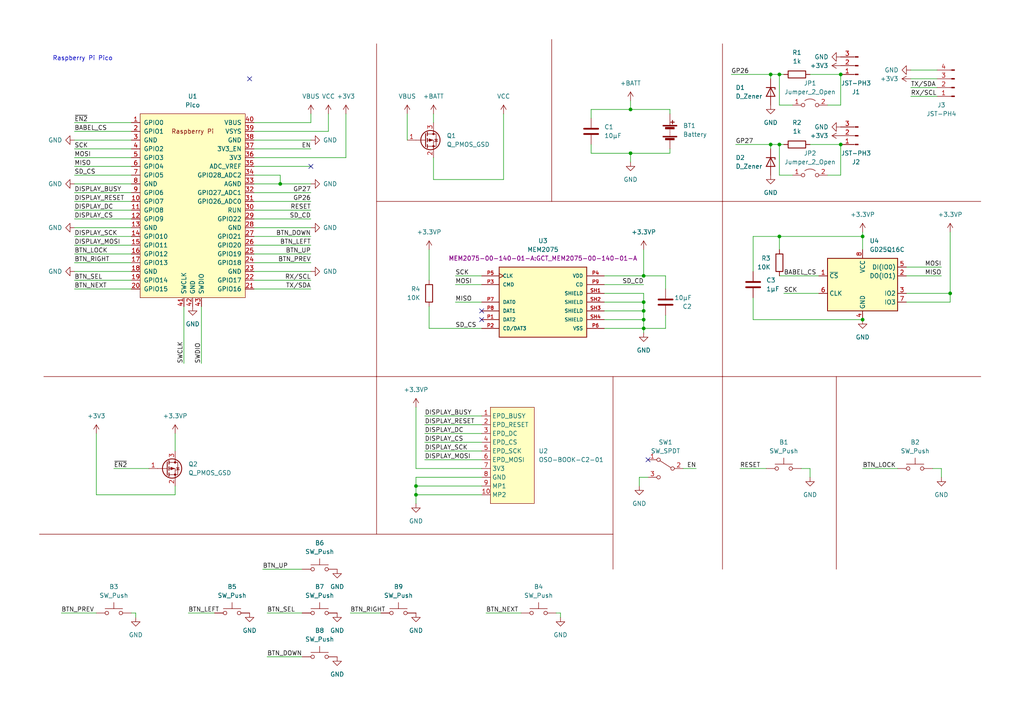
<source format=kicad_sch>
(kicad_sch (version 20211123) (generator eeschema)
  (paper "A4")
  (title_block (title "Open Book Abridged Edition") (date "2022-07-10") (rev "04") (company "Oddly Specific Objects"))
  (lib_symbols
    (symbol "Connector:Conn_01x03_Male" (pin_names (offset 1.016) hide)
      (property "Reference" "J" (at 0 5.08 0))
      (property "Value" "Conn_01x03_Male" (at 0 -5.08 0))
      (symbol "Conn_01x03_Male_1_1"
        (polyline (pts (xy 1.27 -2.54) (xy 0.8636 -2.54)) (stroke (width 0.1524)))
        (polyline (pts (xy 1.27 0) (xy 0.8636 0)) (stroke (width 0.1524)))
        (polyline (pts (xy 1.27 2.54) (xy 0.8636 2.54)) (stroke (width 0.1524)))
        (rectangle (start 0.8636 -2.413) (end 0 -2.667) (stroke (width 0.1524)) (fill (type outline)))
        (rectangle (start 0.8636 0.127) (end 0 -0.127) (stroke (width 0.1524)) (fill (type outline)))
        (rectangle (start 0.8636 2.667) (end 0 2.413) (stroke (width 0.1524)) (fill (type outline)))
        (pin passive line (at 5.08 2.54 180) (length 3.81) (name "Pin_1") (number "1"))
        (pin passive line (at 5.08 0 180) (length 3.81) (name "Pin_2") (number "2"))
        (pin passive line (at 5.08 -2.54 180) (length 3.81) (name "Pin_3") (number "3"))
      )
    )
    (symbol "Connector:Conn_01x04_Male" (pin_names (offset 1.016) hide)
      (property "Reference" "J" (at 0 5.08 0))
      (property "Value" "Conn_01x04_Male" (at 0 -7.62 0))
      (symbol "Conn_01x04_Male_1_1"
        (polyline (pts (xy 1.27 -5.08) (xy 0.8636 -5.08)) (stroke (width 0.1524)))
        (polyline (pts (xy 1.27 -2.54) (xy 0.8636 -2.54)) (stroke (width 0.1524)))
        (polyline (pts (xy 1.27 0) (xy 0.8636 0)) (stroke (width 0.1524)))
        (polyline (pts (xy 1.27 2.54) (xy 0.8636 2.54)) (stroke (width 0.1524)))
        (rectangle (start 0.8636 -4.953) (end 0 -5.207) (stroke (width 0.1524)) (fill (type outline)))
        (rectangle (start 0.8636 -2.413) (end 0 -2.667) (stroke (width 0.1524)) (fill (type outline)))
        (rectangle (start 0.8636 0.127) (end 0 -0.127) (stroke (width 0.1524)) (fill (type outline)))
        (rectangle (start 0.8636 2.667) (end 0 2.413) (stroke (width 0.1524)) (fill (type outline)))
        (pin passive line (at 5.08 2.54 180) (length 3.81) (name "Pin_1") (number "1"))
        (pin passive line (at 5.08 0 180) (length 3.81) (name "Pin_2") (number "2"))
        (pin passive line (at 5.08 -2.54 180) (length 3.81) (name "Pin_3") (number "3"))
        (pin passive line (at 5.08 -5.08 180) (length 3.81) (name "Pin_4") (number "4"))
      )
    )
    (symbol "Device:Battery" (pin_numbers hide) (pin_names (offset 0) hide)
      (property "Reference" "BT" (at 2.54 2.54 0))
      (property "Value" "Battery" (at 2.54 0 0))
      (symbol "Battery_0_1"
        (rectangle (start -2.032 -1.397) (end 2.032 -1.651) (fill (type outline)))
        (rectangle (start -2.032 1.778) (end 2.032 1.524) (fill (type outline)))
        (rectangle (start -1.3208 -1.9812) (end 1.27 -2.4892) (fill (type outline)))
        (rectangle (start -1.3208 1.1938) (end 1.27 0.6858) (fill (type outline)))
        (polyline (pts (xy 0 -1.524) (xy 0 -1.27)))
        (polyline (pts (xy 0 -1.016) (xy 0 -0.762)))
        (polyline (pts (xy 0 -0.508) (xy 0 -0.254)))
        (polyline (pts (xy 0 0) (xy 0 0.254)))
        (polyline (pts (xy 0 0.508) (xy 0 0.762)))
        (polyline (pts (xy 0 1.778) (xy 0 2.54)))
        (polyline (pts (xy 0.254 2.667) (xy 1.27 2.667)) (stroke (width 0.254)))
        (polyline (pts (xy 0.762 3.175) (xy 0.762 2.159)) (stroke (width 0.254)))
      )
      (symbol "Battery_1_1"
        (pin passive line (at 0 5.08 270) (length 2.54) (name "+") (number "1"))
        (pin passive line (at 0 -5.08 90) (length 2.54) (name "-") (number "2"))
      )
    )
    (symbol "Device:C" (pin_numbers hide) (pin_names (offset 0.254))
      (property "Reference" "C" (at 0.635 2.54 0))
      (property "Value" "C" (at 0.635 -2.54 0))
      (symbol "C_0_1"
        (polyline (pts (xy -2.032 -0.762) (xy 2.032 -0.762)) (stroke (width 0.508)))
        (polyline (pts (xy -2.032 0.762) (xy 2.032 0.762)) (stroke (width 0.508)))
      )
      (symbol "C_1_1"
        (pin passive line (at 0 3.81 270) (length 2.794) (name "~") (number "1"))
        (pin passive line (at 0 -3.81 90) (length 2.794) (name "~") (number "2"))
      )
    )
    (symbol "Device:D_Zener" (pin_numbers hide) (pin_names (offset 1.016) hide)
      (property "Reference" "D" (at 0 2.54 0))
      (property "Value" "D_Zener" (at 0 -2.54 0))
      (symbol "D_Zener_0_1"
        (polyline (pts (xy 1.27 0) (xy -1.27 0)))
        (polyline (pts (xy -1.27 -1.27) (xy -1.27 1.27) (xy -0.762 1.27)) (stroke (width 0.254)))
        (polyline (pts (xy 1.27 -1.27) (xy 1.27 1.27) (xy -1.27 0) (xy 1.27 -1.27)) (stroke (width 0.254)))
      )
      (symbol "D_Zener_1_1"
        (pin passive line (at -3.81 0 0) (length 2.54) (name "K") (number "1"))
        (pin passive line (at 3.81 0 180) (length 2.54) (name "A") (number "2"))
      )
    )
    (symbol "Device:Q_PMOS_GSD" (pin_names (offset 0) hide)
      (property "Reference" "Q" (at 5.08 1.27 0))
      (property "Value" "Q_PMOS_GSD" (at 5.08 -1.27 0))
      (symbol "Q_PMOS_GSD_0_1"
        (polyline (pts (xy 0.254 0) (xy -2.54 0)))
        (polyline (pts (xy 0.254 1.905) (xy 0.254 -1.905)) (stroke (width 0.254)))
        (polyline (pts (xy 0.762 -1.27) (xy 0.762 -2.286)) (stroke (width 0.254)))
        (polyline (pts (xy 0.762 0.508) (xy 0.762 -0.508)) (stroke (width 0.254)))
        (polyline (pts (xy 0.762 2.286) (xy 0.762 1.27)) (stroke (width 0.254)))
        (polyline (pts (xy 2.54 2.54) (xy 2.54 1.778)))
        (polyline (pts (xy 2.54 -2.54) (xy 2.54 0) (xy 0.762 0)))
        (polyline (pts (xy 0.762 1.778) (xy 3.302 1.778) (xy 3.302 -1.778) (xy 0.762 -1.778)))
        (polyline (pts (xy 2.286 0) (xy 1.27 0.381) (xy 1.27 -0.381) (xy 2.286 0)) (fill (type outline)))
        (polyline (pts (xy 2.794 -0.508) (xy 2.921 -0.381) (xy 3.683 -0.381) (xy 3.81 -0.254)))
        (polyline (pts (xy 3.302 -0.381) (xy 2.921 0.254) (xy 3.683 0.254) (xy 3.302 -0.381)))
        (circle (center 1.651 0) (radius 2.794) (stroke (width 0.254)))
        (circle (center 2.54 -1.778) (radius 0.254) (fill (type outline)))
        (circle (center 2.54 1.778) (radius 0.254) (fill (type outline)))
      )
      (symbol "Q_PMOS_GSD_1_1"
        (pin input line (at -5.08 0 0) (length 2.54) (name "G") (number "1"))
        (pin passive line (at 2.54 -5.08 90) (length 2.54) (name "S") (number "2"))
        (pin passive line (at 2.54 5.08 270) (length 2.54) (name "D") (number "3"))
      )
    )
    (symbol "Device:R" (pin_numbers hide) (pin_names (offset 0))
      (property "Reference" "R" (at 2.032 0 90))
      (property "Value" "R" (at 0 0 90))
      (symbol "R_0_1"
        (rectangle (start -1.016 -2.54) (end 1.016 2.54) (stroke (width 0.254)))
      )
      (symbol "R_1_1"
        (pin passive line (at 0 3.81 270) (length 1.27) (name "~") (number "1"))
        (pin passive line (at 0 -3.81 90) (length 1.27) (name "~") (number "2"))
      )
    )
    (symbol "Jumper:Jumper_2_Open" (pin_names (offset 0) hide)
      (property "Reference" "JP" (at 0 2.794 0))
      (property "Value" "Jumper_2_Open" (at 0 -2.286 0))
      (symbol "Jumper_2_Open_0_0"
        (circle (center -2.032 0) (radius 0.508))
        (circle (center 2.032 0) (radius 0.508))
      )
      (symbol "Jumper_2_Open_0_1"
        (arc (start 1.524 1.27) (mid 0 1.778) (end -1.524 1.27))
      )
      (symbol "Jumper_2_Open_1_1"
        (pin passive line (at -5.08 0 0) (length 2.54) (name "A") (number "1"))
        (pin passive line (at 5.08 0 180) (length 2.54) (name "B") (number "2"))
      )
    )
    (symbol "MCU_RaspberryPi_and_Boards:Pico" (pin_names (offset 1.016))
      (property "Reference" "U" (at -13.97 27.94 0))
      (property "Value" "Pico" (at 0 19.05 0))
      (symbol "Pico_0_0"
        (text "Raspberry Pi" (at 0 21.59 0) (effects (font (size 1.27 1.27))))
      )
      (symbol "Pico_0_1"
        (rectangle (start -15.24 26.67) (end 15.24 -26.67) (fill (type background)))
      )
      (symbol "Pico_1_1"
        (pin bidirectional line (at -17.78 24.13 0) (length 2.54) (name "GPIO0") (number "1"))
        (pin bidirectional line (at -17.78 1.27 0) (length 2.54) (name "GPIO7") (number "10"))
        (pin bidirectional line (at -17.78 -1.27 0) (length 2.54) (name "GPIO8") (number "11"))
        (pin bidirectional line (at -17.78 -3.81 0) (length 2.54) (name "GPIO9") (number "12"))
        (pin power_in line (at -17.78 -6.35 0) (length 2.54) (name "GND") (number "13"))
        (pin bidirectional line (at -17.78 -8.89 0) (length 2.54) (name "GPIO10") (number "14"))
        (pin bidirectional line (at -17.78 -11.43 0) (length 2.54) (name "GPIO11") (number "15"))
        (pin bidirectional line (at -17.78 -13.97 0) (length 2.54) (name "GPIO12") (number "16"))
        (pin bidirectional line (at -17.78 -16.51 0) (length 2.54) (name "GPIO13") (number "17"))
        (pin power_in line (at -17.78 -19.05 0) (length 2.54) (name "GND") (number "18"))
        (pin bidirectional line (at -17.78 -21.59 0) (length 2.54) (name "GPIO14") (number "19"))
        (pin bidirectional line (at -17.78 21.59 0) (length 2.54) (name "GPIO1") (number "2"))
        (pin bidirectional line (at -17.78 -24.13 0) (length 2.54) (name "GPIO15") (number "20"))
        (pin bidirectional line (at 17.78 -24.13 180) (length 2.54) (name "GPIO16") (number "21"))
        (pin bidirectional line (at 17.78 -21.59 180) (length 2.54) (name "GPIO17") (number "22"))
        (pin power_in line (at 17.78 -19.05 180) (length 2.54) (name "GND") (number "23"))
        (pin bidirectional line (at 17.78 -16.51 180) (length 2.54) (name "GPIO18") (number "24"))
        (pin bidirectional line (at 17.78 -13.97 180) (length 2.54) (name "GPIO19") (number "25"))
        (pin bidirectional line (at 17.78 -11.43 180) (length 2.54) (name "GPIO20") (number "26"))
        (pin bidirectional line (at 17.78 -8.89 180) (length 2.54) (name "GPIO21") (number "27"))
        (pin power_in line (at 17.78 -6.35 180) (length 2.54) (name "GND") (number "28"))
        (pin bidirectional line (at 17.78 -3.81 180) (length 2.54) (name "GPIO22") (number "29"))
        (pin power_in line (at -17.78 19.05 0) (length 2.54) (name "GND") (number "3"))
        (pin input line (at 17.78 -1.27 180) (length 2.54) (name "RUN") (number "30"))
        (pin bidirectional line (at 17.78 1.27 180) (length 2.54) (name "GPIO26_ADC0") (number "31"))
        (pin bidirectional line (at 17.78 3.81 180) (length 2.54) (name "GPIO27_ADC1") (number "32"))
        (pin power_in line (at 17.78 6.35 180) (length 2.54) (name "AGND") (number "33"))
        (pin bidirectional line (at 17.78 8.89 180) (length 2.54) (name "GPIO28_ADC2") (number "34"))
        (pin unspecified line (at 17.78 11.43 180) (length 2.54) (name "ADC_VREF") (number "35"))
        (pin unspecified line (at 17.78 13.97 180) (length 2.54) (name "3V3") (number "36"))
        (pin input line (at 17.78 16.51 180) (length 2.54) (name "3V3_EN") (number "37"))
        (pin bidirectional line (at 17.78 19.05 180) (length 2.54) (name "GND") (number "38"))
        (pin unspecified line (at 17.78 21.59 180) (length 2.54) (name "VSYS") (number "39"))
        (pin bidirectional line (at -17.78 16.51 0) (length 2.54) (name "GPIO2") (number "4"))
        (pin unspecified line (at 17.78 24.13 180) (length 2.54) (name "VBUS") (number "40"))
        (pin input line (at -2.54 -29.21 90) (length 2.54) (name "SWCLK") (number "41"))
        (pin power_in line (at 0 -29.21 90) (length 2.54) (name "GND") (number "42"))
        (pin bidirectional line (at 2.54 -29.21 90) (length 2.54) (name "SWDIO") (number "43"))
        (pin bidirectional line (at -17.78 13.97 0) (length 2.54) (name "GPIO3") (number "5"))
        (pin bidirectional line (at -17.78 11.43 0) (length 2.54) (name "GPIO4") (number "6"))
        (pin bidirectional line (at -17.78 8.89 0) (length 2.54) (name "GPIO5") (number "7"))
        (pin power_in line (at -17.78 6.35 0) (length 2.54) (name "GND") (number "8"))
        (pin bidirectional line (at -17.78 3.81 0) (length 2.54) (name "GPIO6") (number "9"))
      )
    )
    (symbol "MEM2075-00-140-01-A:MEM2075-00-140-01-A" (pin_names (offset 1.016))
      (property "Reference" "J" (at 0 12 0))
      (property "Value" "MEM2075-00-140-01-A" (at -12.7 -12.7 0))
      (property "Footprint" "GCT_MEM2075-00-140-01-A" (at 0 13.97 0))
      (symbol "MEM2075-00-140-01-A_0_0"
        (rectangle (start -12.7 -10.16) (end 12.7 10.16) (stroke (width 0.254)) (fill (type background)))
        (pin bidirectional line (at -17.78 -5.08 0) (length 5.08) (name "DAT2") (number "P1"))
        (pin bidirectional line (at -17.78 -7.62 0) (length 5.08) (name "CD/DAT3") (number "P2"))
        (pin bidirectional line (at -17.78 5.08 0) (length 5.08) (name "CMD") (number "P3"))
        (pin power_in line (at 17.78 7.62 180) (length 5.08) (name "VDD") (number "P4"))
        (pin bidirectional clock (at -17.78 7.62 0) (length 5.08) (name "CLK") (number "P5"))
        (pin power_in line (at 17.78 -7.62 180) (length 5.08) (name "VSS") (number "P6"))
        (pin bidirectional line (at -17.78 0 0) (length 5.08) (name "DAT0") (number "P7"))
        (pin bidirectional line (at -17.78 -2.54 0) (length 5.08) (name "DAT1") (number "P8"))
        (pin passive line (at 17.78 5.08 180) (length 5.08) (name "CD") (number "P9"))
        (pin power_in line (at 17.78 2.54 180) (length 5.08) (name "SHIELD") (number "SH1"))
        (pin power_in line (at 17.78 0 180) (length 5.08) (name "SHIELD") (number "SH2"))
        (pin power_in line (at 17.78 -2.54 180) (length 5.08) (name "SHIELD") (number "SH3"))
        (pin power_in line (at 17.78 -5.08 180) (length 5.08) (name "SHIELD") (number "SH4"))
      )
    )
    (symbol "Memory_Flash:W25Q32JVSS"
      (property "Reference" "U" (at -8.89 8.89 0))
      (property "Value" "W25Q32JVSS" (at 7.62 8.89 0))
      (symbol "W25Q32JVSS_0_1"
        (rectangle (start -10.16 7.62) (end 10.16 -7.62) (stroke (width 0.254)) (fill (type background)))
      )
      (symbol "W25Q32JVSS_1_1"
        (pin input line (at -12.7 2.54 0) (length 2.54) (name "~{CS}") (number "1"))
        (pin bidirectional line (at 12.7 2.54 180) (length 2.54) (name "DO(IO1)") (number "2"))
        (pin bidirectional line (at 12.7 -2.54 180) (length 2.54) (name "IO2") (number "3"))
        (pin power_in line (at 0 -10.16 90) (length 2.54) (name "GND") (number "4"))
        (pin bidirectional line (at 12.7 5.08 180) (length 2.54) (name "DI(IO0)") (number "5"))
        (pin input line (at -12.7 -2.54 0) (length 2.54) (name "CLK") (number "6"))
        (pin bidirectional line (at 12.7 -5.08 180) (length 2.54) (name "IO3") (number "7"))
        (pin power_in line (at 0 10.16 270) (length 2.54) (name "VCC") (number "8"))
      )
    )
    (symbol "OSO-BOOK-C2-01_1"
      (property "Reference" "U" (at 0 -15.24 0))
      (property "Value" "OSO-BOOK-C2-01_1" (at 0 16.51 0))
      (symbol "OSO-BOOK-C2-01_1_0_1"
        (rectangle (start -6.35 13.97) (end 6.35 -13.97) (fill (type background)))
      )
      (symbol "OSO-BOOK-C2-01_1_1_1"
        (pin output line (at -8.89 11.43 0) (length 2.54) (name "EPD_BUSY") (number "1"))
        (pin unspecified line (at -8.89 -11.43 0) (length 2.54) (name "MP2") (number "10"))
        (pin input line (at -8.89 8.89 0) (length 2.54) (name "EPD_RESET") (number "2"))
        (pin input line (at -8.89 6.35 0) (length 2.54) (name "EPD_DC") (number "3"))
        (pin input line (at -8.89 3.81 0) (length 2.54) (name "EPD_CS") (number "4"))
        (pin input line (at -8.89 1.27 0) (length 2.54) (name "EPD_SCK") (number "5"))
        (pin input line (at -8.89 -1.27 0) (length 2.54) (name "EPD_MOSI") (number "6"))
        (pin power_in line (at -8.89 -3.81 0) (length 2.54) (name "3V3") (number "7"))
        (pin power_in line (at -8.89 -6.35 0) (length 2.54) (name "GND") (number "8"))
        (pin unspecified line (at -8.89 -8.89 0) (length 2.54) (name "MP1") (number "9"))
      )
    )
    (symbol "Switch:SW_Push" (pin_numbers hide) (pin_names (offset 1.016) hide)
      (property "Reference" "SW" (at 1.27 2.54 0))
      (property "Value" "SW_Push" (at 0 -1.524 0))
      (symbol "SW_Push_0_1"
        (circle (center -2.032 0) (radius 0.508))
        (polyline (pts (xy 0 1.27) (xy 0 3.048)))
        (polyline (pts (xy 2.54 1.27) (xy -2.54 1.27)))
        (circle (center 2.032 0) (radius 0.508))
        (pin passive line (at -5.08 0 0) (length 2.54) (name "1") (number "1"))
        (pin passive line (at 5.08 0 180) (length 2.54) (name "2") (number "2"))
      )
    )
    (symbol "Switch:SW_SPDT" (pin_names (offset 0) hide)
      (property "Reference" "SW" (at 0 4.318 0))
      (property "Value" "SW_SPDT" (at 0 -5.08 0))
      (symbol "SW_SPDT_0_0"
        (circle (center -2.032 0) (radius 0.508))
        (circle (center 2.032 -2.54) (radius 0.508))
      )
      (symbol "SW_SPDT_0_1"
        (polyline (pts (xy -1.524 0.254) (xy 1.651 2.286)))
        (circle (center 2.032 2.54) (radius 0.508))
      )
      (symbol "SW_SPDT_1_1"
        (pin passive line (at 5.08 2.54 180) (length 2.54) (name "A") (number "1"))
        (pin passive line (at -5.08 0 0) (length 2.54) (name "B") (number "2"))
        (pin passive line (at 5.08 -2.54 180) (length 2.54) (name "C") (number "3"))
      )
    )
    (symbol "power:+3.3V" (power) (pin_names (offset 0))
      (property "Value" "+3.3V" (at 0 3.556 0))
      (symbol "+3.3V_0_1"
        (polyline (pts (xy -0.762 1.27) (xy 0 2.54)))
        (polyline (pts (xy 0 0) (xy 0 2.54)))
        (polyline (pts (xy 0 2.54) (xy 0.762 1.27)))
      )
      (symbol "+3.3V_1_1"
        (pin power_in line (at 0 0 90) (length 0) hide (name "+3V3") (number "1"))
      )
    )
    (symbol "power:+3.3VP" (power) (pin_names (offset 0))
      (property "Value" "+3.3VP" (at 0 2.54 0))
      (symbol "+3.3VP_0_0"
        (pin power_in line (at 0 0 90) (length 0) hide (name "+3.3VP") (number "1"))
      )
      (symbol "+3.3VP_0_1"
        (polyline (pts (xy -0.762 1.27) (xy 0 2.54)))
        (polyline (pts (xy 0 0) (xy 0 2.54)))
        (polyline (pts (xy 0 2.54) (xy 0.762 1.27)))
      )
    )
    (symbol "power:+BATT" (power) (pin_names (offset 0))
      (property "Value" "+BATT" (at 0 3.556 0))
      (symbol "+BATT_0_1"
        (polyline (pts (xy -0.762 1.27) (xy 0 2.54)))
        (polyline (pts (xy 0 0) (xy 0 2.54)))
        (polyline (pts (xy 0 2.54) (xy 0.762 1.27)))
      )
      (symbol "+BATT_1_1"
        (pin power_in line (at 0 0 90) (length 0) hide (name "+BATT") (number "1"))
      )
    )
    (symbol "power:GND" (power) (pin_names (offset 0))
      (property "Value" "GND" (at 0 -3.81 0))
      (symbol "GND_0_1"
        (polyline (pts (xy 0 0) (xy 0 -1.27) (xy 1.27 -1.27) (xy 0 -2.54) (xy -1.27 -1.27) (xy 0 -1.27)))
      )
      (symbol "GND_1_1"
        (pin power_in line (at 0 0 270) (length 0) hide (name "GND") (number "1"))
      )
    )
    (symbol "power:VBUS" (power) (pin_names (offset 0))
      (property "Value" "VBUS" (at 0 3.81 0))
      (symbol "VBUS_0_1"
        (polyline (pts (xy -0.762 1.27) (xy 0 2.54)))
        (polyline (pts (xy 0 0) (xy 0 2.54)))
        (polyline (pts (xy 0 2.54) (xy 0.762 1.27)))
      )
      (symbol "VBUS_1_1"
        (pin power_in line (at 0 0 90) (length 0) hide (name "VBUS") (number "1"))
      )
    )
    (symbol "power:VCC" (power) (pin_names (offset 0))
      (property "Value" "VCC" (at 0 3.81 0))
      (symbol "VCC_0_1"
        (polyline (pts (xy -0.762 1.27) (xy 0 2.54)))
        (polyline (pts (xy 0 0) (xy 0 2.54)))
        (polyline (pts (xy 0 2.54) (xy 0.762 1.27)))
      )
      (symbol "VCC_1_1"
        (pin power_in line (at 0 0 90) (length 0) hide (name "VCC") (number "1"))
      )
    )
  )
  (junction (at 243.84 21.59))
  (junction (at 186.69 92.71))
  (junction (at 250.19 68.58))
  (junction (at 223.52 41.91))
  (junction (at 81.28 53.34))
  (junction (at 182.88 31.75))
  (junction (at 186.69 95.25))
  (junction (at 186.69 90.17))
  (junction (at 120.65 140.97))
  (junction (at 182.88 44.45))
  (junction (at 226.06 68.58))
  (junction (at 275.59 85.09))
  (junction (at 250.19 92.71))
  (junction (at 223.52 21.59))
  (junction (at 243.84 41.91))
  (junction (at 186.69 80.01))
  (junction (at 226.06 41.91))
  (junction (at 226.06 21.59))
  (junction (at 186.69 87.63))
  (junction (at 120.65 143.51))
  (no_connect (at 90.17 48.26))
  (no_connect (at 72.39 22.86))
  (no_connect (at 187.96 133.35))
  (no_connect (at 139.7 90.17))
  (no_connect (at 139.7 92.71))
  (no_connect (at 309.88 26.67))
  (wire (pts (xy 262.89 77.47) (xy 273.05 77.47)))
  (wire (pts (xy 73.66 50.8) (xy 81.28 50.8)))
  (wire (pts (xy 124.46 95.25) (xy 139.7 95.25)))
  (wire (pts (xy 226.06 50.8) (xy 226.06 41.91)))
  (wire (pts (xy 21.59 55.88) (xy 38.1 55.88)))
  (wire (pts (xy 38.1 177.8) (xy 39.37 177.8)))
  (wire (pts (xy 123.19 120.65) (xy 139.7 120.65)))
  (wire (pts (xy 21.59 43.18) (xy 38.1 43.18)))
  (wire (pts (xy 73.66 38.1) (xy 95.25 38.1)))
  (polyline (pts (xy 160.02 58.42) (xy 209.55 58.42)) (stroke (width 0) (type solid) (color 132 0 0 1)))
  (wire (pts (xy 214.63 135.89) (xy 222.25 135.89)))
  (wire (pts (xy 132.08 87.63) (xy 139.7 87.63)))
  (wire (pts (xy 125.73 52.07) (xy 146.05 52.07)))
  (wire (pts (xy 182.88 31.75) (xy 182.88 29.21)))
  (wire (pts (xy 21.59 81.28) (xy 38.1 81.28)))
  (polyline (pts (xy 209.55 12.7) (xy 209.55 58.42)) (stroke (width 0) (type solid) (color 132 0 0 1)))
  (polyline (pts (xy 109.22 109.22) (xy 109.22 154.94)) (stroke (width 0) (type solid) (color 132 0 0 1)))
  (wire (pts (xy 175.26 95.25) (xy 186.69 95.25)))
  (wire (pts (xy 226.06 80.01) (xy 237.49 80.01)))
  (wire (pts (xy 193.04 95.25) (xy 186.69 95.25)))
  (wire (pts (xy 262.89 87.63) (xy 275.59 87.63)))
  (wire (pts (xy 186.69 80.01) (xy 186.69 72.39)))
  (wire (pts (xy 21.59 66.04) (xy 38.1 66.04)))
  (wire (pts (xy 125.73 33.02) (xy 125.73 35.56)))
  (wire (pts (xy 182.88 44.45) (xy 194.31 44.45)))
  (wire (pts (xy 73.66 35.56) (xy 90.17 35.56)))
  (wire (pts (xy 227.33 85.09) (xy 237.49 85.09)))
  (wire (pts (xy 101.6 177.8) (xy 110.49 177.8)))
  (wire (pts (xy 21.59 73.66) (xy 38.1 73.66)))
  (polyline (pts (xy 109.22 58.42) (xy 160.02 58.42)) (stroke (width 0) (type solid) (color 132 0 0 1)))
  (wire (pts (xy 264.16 22.86) (xy 271.78 22.86)))
  (wire (pts (xy 193.04 80.01) (xy 186.69 80.01)))
  (wire (pts (xy 21.59 53.34) (xy 38.1 53.34)))
  (wire (pts (xy 175.26 80.01) (xy 186.69 80.01)))
  (wire (pts (xy 226.06 68.58) (xy 226.06 72.39)))
  (polyline (pts (xy 11.43 154.94) (xy 177.8 154.94)) (stroke (width 0) (type solid) (color 132 0 0 1)))
  (wire (pts (xy 50.8 125.73) (xy 50.8 130.81)))
  (wire (pts (xy 120.65 143.51) (xy 139.7 143.51)))
  (wire (pts (xy 124.46 88.9) (xy 124.46 95.25)))
  (polyline (pts (xy 177.8 154.94) (xy 177.8 165.1)) (stroke (width 0) (type solid) (color 132 0 0 1)))
  (wire (pts (xy 175.26 87.63) (xy 186.69 87.63)))
  (wire (pts (xy 139.7 138.43) (xy 120.65 138.43)))
  (polyline (pts (xy 177.8 109.22) (xy 177.8 154.94)) (stroke (width 0) (type solid) (color 132 0 0 1)))
  (wire (pts (xy 21.59 58.42) (xy 38.1 58.42)))
  (wire (pts (xy 21.59 40.64) (xy 38.1 40.64)))
  (polyline (pts (xy 160.02 11.43) (xy 160.02 58.42)) (stroke (width 0) (type solid) (color 132 0 0 1)))
  (wire (pts (xy 90.17 33.02) (xy 90.17 35.56)))
  (wire (pts (xy 77.47 177.8) (xy 87.63 177.8)))
  (wire (pts (xy 182.88 44.45) (xy 182.88 46.99)))
  (wire (pts (xy 185.42 138.43) (xy 185.42 140.97)))
  (wire (pts (xy 123.19 130.81) (xy 139.7 130.81)))
  (wire (pts (xy 193.04 91.44) (xy 193.04 95.25)))
  (wire (pts (xy 123.19 123.19) (xy 139.7 123.19)))
  (wire (pts (xy 250.19 72.39) (xy 250.19 68.58)))
  (wire (pts (xy 100.33 45.72) (xy 100.33 33.02)))
  (wire (pts (xy 250.19 67.31) (xy 250.19 68.58)))
  (wire (pts (xy 124.46 72.39) (xy 124.46 81.28)))
  (wire (pts (xy 73.66 76.2) (xy 90.17 76.2)))
  (wire (pts (xy 50.8 140.97) (xy 50.8 143.51)))
  (wire (pts (xy 223.52 21.59) (xy 223.52 22.86)))
  (wire (pts (xy 187.96 138.43) (xy 185.42 138.43)))
  (wire (pts (xy 21.59 38.1) (xy 38.1 38.1)))
  (wire (pts (xy 218.44 86.36) (xy 218.44 92.71)))
  (wire (pts (xy 21.59 60.96) (xy 38.1 60.96)))
  (wire (pts (xy 73.66 58.42) (xy 90.17 58.42)))
  (wire (pts (xy 21.59 48.26) (xy 38.1 48.26)))
  (polyline (pts (xy 242.57 109.22) (xy 242.57 165.1)) (stroke (width 0) (type solid) (color 132 0 0 1)))
  (wire (pts (xy 21.59 35.56) (xy 38.1 35.56)))
  (wire (pts (xy 186.69 82.55) (xy 175.26 82.55)))
  (wire (pts (xy 270.51 135.89) (xy 273.05 135.89)))
  (wire (pts (xy 58.42 88.9) (xy 58.42 105.41)))
  (wire (pts (xy 234.95 135.89) (xy 234.95 138.43)))
  (wire (pts (xy 262.89 85.09) (xy 275.59 85.09)))
  (wire (pts (xy 118.11 40.64) (xy 118.11 33.02)))
  (wire (pts (xy 90.17 40.64) (xy 73.66 40.64)))
  (wire (pts (xy 194.31 33.02) (xy 194.31 31.75)))
  (wire (pts (xy 81.28 50.8) (xy 81.28 53.34)))
  (wire (pts (xy 123.19 133.35) (xy 139.7 133.35)))
  (wire (pts (xy 73.66 45.72) (xy 100.33 45.72)))
  (wire (pts (xy 262.89 80.01) (xy 273.05 80.01)))
  (wire (pts (xy 171.45 34.29) (xy 171.45 31.75)))
  (wire (pts (xy 226.06 30.48) (xy 226.06 21.59)))
  (wire (pts (xy 223.52 41.91) (xy 223.52 43.18)))
  (wire (pts (xy 21.59 76.2) (xy 38.1 76.2)))
  (wire (pts (xy 33.02 135.89) (xy 43.18 135.89)))
  (wire (pts (xy 90.17 53.34) (xy 81.28 53.34)))
  (wire (pts (xy 73.66 48.26) (xy 90.17 48.26)))
  (wire (pts (xy 186.69 95.25) (xy 186.69 96.52)))
  (wire (pts (xy 73.66 60.96) (xy 90.17 60.96)))
  (wire (pts (xy 21.59 78.74) (xy 38.1 78.74)))
  (wire (pts (xy 120.65 138.43) (xy 120.65 140.97)))
  (wire (pts (xy 232.41 135.89) (xy 234.95 135.89)))
  (wire (pts (xy 76.2 165.1) (xy 87.63 165.1)))
  (wire (pts (xy 227.33 21.59) (xy 226.06 21.59)))
  (wire (pts (xy 120.65 140.97) (xy 120.65 143.51)))
  (polyline (pts (xy 209.55 58.42) (xy 209.55 109.22)) (stroke (width 0) (type solid) (color 132 0 0 1)))
  (wire (pts (xy 73.66 71.12) (xy 90.17 71.12)))
  (wire (pts (xy 21.59 71.12) (xy 38.1 71.12)))
  (polyline (pts (xy 209.55 109.22) (xy 284.48 109.22)) (stroke (width 0) (type solid) (color 132 0 0 1)))
  (wire (pts (xy 175.26 85.09) (xy 186.69 85.09)))
  (wire (pts (xy 21.59 83.82) (xy 38.1 83.82)))
  (wire (pts (xy 243.84 30.48) (xy 243.84 21.59)))
  (wire (pts (xy 73.66 43.18) (xy 90.17 43.18)))
  (polyline (pts (xy 12.7 109.22) (xy 109.22 109.22)) (stroke (width 0) (type solid) (color 132 0 0 1)))
  (polyline (pts (xy 109.22 12.7) (xy 109.22 109.22)) (stroke (width 0) (type solid) (color 132 0 0 1)))
  (wire (pts (xy 250.19 135.89) (xy 260.35 135.89)))
  (wire (pts (xy 186.69 92.71) (xy 186.69 95.25)))
  (wire (pts (xy 17.78 177.8) (xy 27.94 177.8)))
  (wire (pts (xy 139.7 135.89) (xy 120.65 135.89)))
  (wire (pts (xy 226.06 30.48) (xy 229.87 30.48)))
  (wire (pts (xy 226.06 41.91) (xy 227.33 41.91)))
  (wire (pts (xy 223.52 21.59) (xy 226.06 21.59)))
  (wire (pts (xy 243.84 50.8) (xy 243.84 41.91)))
  (wire (pts (xy 264.16 20.32) (xy 271.78 20.32)))
  (wire (pts (xy 21.59 45.72) (xy 38.1 45.72)))
  (wire (pts (xy 123.19 128.27) (xy 139.7 128.27)))
  (wire (pts (xy 120.65 140.97) (xy 139.7 140.97)))
  (wire (pts (xy 132.08 82.55) (xy 139.7 82.55)))
  (wire (pts (xy 90.17 66.04) (xy 73.66 66.04)))
  (wire (pts (xy 201.93 135.89) (xy 198.12 135.89)))
  (wire (pts (xy 218.44 68.58) (xy 218.44 78.74)))
  (wire (pts (xy 132.08 80.01) (xy 139.7 80.01)))
  (wire (pts (xy 240.03 50.8) (xy 243.84 50.8)))
  (wire (pts (xy 53.34 88.9) (xy 53.34 105.41)))
  (wire (pts (xy 146.05 33.02) (xy 146.05 52.07)))
  (wire (pts (xy 27.94 125.73) (xy 27.94 143.51)))
  (wire (pts (xy 186.69 87.63) (xy 186.69 90.17)))
  (wire (pts (xy 95.25 33.02) (xy 95.25 38.1)))
  (wire (pts (xy 275.59 67.31) (xy 275.59 85.09)))
  (wire (pts (xy 120.65 135.89) (xy 120.65 118.11)))
  (wire (pts (xy 234.95 41.91) (xy 243.84 41.91)))
  (wire (pts (xy 250.19 68.58) (xy 226.06 68.58)))
  (wire (pts (xy 213.36 41.91) (xy 223.52 41.91)))
  (wire (pts (xy 54.61 177.8) (xy 62.23 177.8)))
  (wire (pts (xy 171.45 31.75) (xy 182.88 31.75)))
  (wire (pts (xy 73.66 63.5) (xy 90.17 63.5)))
  (wire (pts (xy 186.69 90.17) (xy 186.69 92.71)))
  (wire (pts (xy 77.47 190.5) (xy 87.63 190.5)))
  (wire (pts (xy 73.66 83.82) (xy 90.17 83.82)))
  (wire (pts (xy 123.19 125.73) (xy 139.7 125.73)))
  (wire (pts (xy 90.17 78.74) (xy 73.66 78.74)))
  (wire (pts (xy 73.66 68.58) (xy 90.17 68.58)))
  (wire (pts (xy 226.06 68.58) (xy 218.44 68.58)))
  (wire (pts (xy 234.95 21.59) (xy 243.84 21.59)))
  (wire (pts (xy 120.65 143.51) (xy 120.65 146.05)))
  (wire (pts (xy 73.66 55.88) (xy 90.17 55.88)))
  (wire (pts (xy 73.66 73.66) (xy 90.17 73.66)))
  (wire (pts (xy 212.09 21.59) (xy 223.52 21.59)))
  (wire (pts (xy 194.31 43.18) (xy 194.31 44.45)))
  (wire (pts (xy 125.73 45.72) (xy 125.73 52.07)))
  (wire (pts (xy 21.59 50.8) (xy 38.1 50.8)))
  (wire (pts (xy 73.66 81.28) (xy 90.17 81.28)))
  (wire (pts (xy 193.04 83.82) (xy 193.04 80.01)))
  (polyline (pts (xy 209.55 109.22) (xy 209.55 165.1)) (stroke (width 0) (type solid) (color 132 0 0 1)))
  (wire (pts (xy 229.87 50.8) (xy 226.06 50.8)))
  (wire (pts (xy 186.69 85.09) (xy 186.69 87.63)))
  (wire (pts (xy 273.05 135.89) (xy 273.05 138.43)))
  (wire (pts (xy 161.29 177.8) (xy 162.56 177.8)))
  (wire (pts (xy 175.26 92.71) (xy 186.69 92.71)))
  (polyline (pts (xy 209.55 58.42) (xy 284.48 58.42)) (stroke (width 0) (type solid) (color 132 0 0 1)))
  (wire (pts (xy 175.26 90.17) (xy 186.69 90.17)))
  (wire (pts (xy 264.16 27.94) (xy 271.78 27.94)))
  (wire (pts (xy 162.56 177.8) (xy 162.56 179.07)))
  (wire (pts (xy 39.37 177.8) (xy 39.37 179.07)))
  (wire (pts (xy 21.59 68.58) (xy 38.1 68.58)))
  (wire (pts (xy 275.59 87.63) (xy 275.59 85.09)))
  (wire (pts (xy 218.44 92.71) (xy 250.19 92.71)))
  (wire (pts (xy 240.03 30.48) (xy 243.84 30.48)))
  (wire (pts (xy 171.45 44.45) (xy 182.88 44.45)))
  (wire (pts (xy 264.16 25.4) (xy 271.78 25.4)))
  (wire (pts (xy 171.45 41.91) (xy 171.45 44.45)))
  (wire (pts (xy 21.59 63.5) (xy 38.1 63.5)))
  (wire (pts (xy 223.52 41.91) (xy 226.06 41.91)))
  (wire (pts (xy 140.97 177.8) (xy 151.13 177.8)))
  (wire (pts (xy 182.88 31.75) (xy 194.31 31.75)))
  (wire (pts (xy 50.8 143.51) (xy 27.94 143.51)))
  (wire (pts (xy 81.28 53.34) (xy 73.66 53.34)))
  (polyline (pts (xy 109.22 109.22) (xy 209.55 109.22)) (stroke (width 0) (type solid) (color 132 0 0 1)))
  (text "Raspberry Pi Pico" (at 15.24 17.78 0) (effects (font (size 1.27 1.27)) (justify left bottom)))
  (label "BABEL_CS" (at 21.59 38.1 0))
  (label "GP27" (at 213.36 41.91 0))
  (label "SD_CD" (at 90.17 63.5 180))
  (label "DISPLAY_BUSY" (at 21.59 55.88 0))
  (label "BTN_LOCK" (at 250.19 135.89 0))
  (label "BTN_RIGHT" (at 101.6 177.8 0))
  (label "MISO" (at 273.05 80.01 180))
  (label "BTN_SEL" (at 77.47 177.8 0))
  (label "DISPLAY_CS" (at 21.59 63.5 0))
  (label "SD_CS" (at 132.08 95.25 0))
  (label "BTN_NEXT" (at 140.97 177.8 0))
  (label "MOSI" (at 132.08 82.55 0))
  (label "DISPLAY_MOSI" (at 21.59 71.12 0))
  (label "~{EN2}" (at 21.59 35.56 0))
  (label "MISO" (at 132.08 87.63 0))
  (label "DISPLAY_SCK" (at 21.59 68.58 0))
  (label "SCK" (at 132.08 80.01 0))
  (label "BTN_SEL" (at 21.59 81.28 0))
  (label "EN" (at 90.17 43.18 180))
  (label "SWCLK" (at 53.34 105.41 90))
  (label "BABEL_CS" (at 227.33 80.01 0))
  (label "DISPLAY_RESET" (at 21.59 58.42 0))
  (label "DISPLAY_MOSI" (at 123.19 133.35 0))
  (label "RX{slash}SCL" (at 264.16 27.94 0))
  (label "BTN_PREV" (at 90.17 76.2 180))
  (label "BTN_RIGHT" (at 21.59 76.2 0))
  (label "MOSI" (at 273.05 77.47 180))
  (label "DISPLAY_SCK" (at 123.19 130.81 0))
  (label "BTN_LEFT" (at 54.61 177.8 0))
  (label "GP27" (at 90.17 55.88 180))
  (label "DISPLAY_DC" (at 21.59 60.96 0))
  (label "BTN_DOWN" (at 90.17 68.58 180))
  (label "RX{slash}SCL" (at 90.17 81.28 180))
  (label "~{EN2}" (at 33.02 135.89 0))
  (label "GP26" (at 90.17 58.42 180))
  (label "BTN_LOCK" (at 21.59 73.66 0))
  (label "MISO" (at 21.59 48.26 0))
  (label "BTN_UP" (at 76.2 165.1 0))
  (label "BTN_NEXT" (at 21.59 83.82 0))
  (label "MOSI" (at 21.59 45.72 0))
  (label "DISPLAY_DC" (at 123.19 125.73 0))
  (label "GP26" (at 212.09 21.59 0))
  (label "SD_CD" (at 186.69 82.55 180))
  (label "EN" (at 201.93 135.89 180))
  (label "DISPLAY_CS" (at 123.19 128.27 0))
  (label "SD_CS" (at 21.59 50.8 0))
  (label "RESET" (at 214.63 135.89 0))
  (label "BTN_PREV" (at 17.78 177.8 0))
  (label "BTN_DOWN" (at 77.47 190.5 0))
  (label "SWDIO" (at 58.42 105.41 90))
  (label "RESET" (at 90.17 60.96 180))
  (label "BTN_LEFT" (at 90.17 71.12 180))
  (label "TX{slash}SDA" (at 90.17 83.82 180))
  (label "BTN_UP" (at 90.17 73.66 180))
  (label "DISPLAY_BUSY" (at 123.19 120.65 0))
  (label "DISPLAY_RESET" (at 123.19 123.19 0))
  (label "TX{slash}SDA" (at 264.16 25.4 0))
  (label "SCK" (at 227.33 85.09 0))
  (label "SCK" (at 21.59 43.18 0))
  (symbol (lib_id "Connector:Conn_01x04_Male") (at 276.86 25.4 180) (unit 1)
    (property "Reference" "J3" (at 273.05 30.48 0))
    (property "Value" "JST-PH4" (at 273.05 33.02 0))
    (property "Footprint" "Connector_JST:JST_SH_SM04B-SRSS-TB_1x04-1MP_P1.00mm_Horizontal" (effects hide))
  )
  (symbol (lib_id "Memory_Flash:W25Q32JVSS") (at 250.19 82.55 0) (unit 1)
    (property "Reference" "U4" (at 252.2094 69.85 0) (effects (justify left)))
    (property "Value" "GD25Q16C" (at 252.2094 72.39 0) (effects (justify left)))
    (property "Footprint" "Package_SO:SOIC-8_3.9x4.9mm_P1.27mm" (effects hide))
    (property "Datasheet" "http://www.winbond.com/resource-files/w25q32jv%20revg%2003272018%20plus.pdf" (effects hide))
  )
  (symbol (lib_id "power:GND") (at 234.95 138.43 0) (unit 1)
    (property "Reference" "#PWR0154" (effects hide))
    (property "Value" "GND" (at 234.95 143.51 0))
  )
  (symbol (lib_id "Switch:SW_Push") (at 33.02 177.8 0) (unit 1)
    (property "Reference" "B3" (at 33.02 170.18 0))
    (property "Value" "SW_Push" (at 33.02 172.72 0))
    (property "Footprint" "TACT_PANA-EVQ:TACT_PANA-EVQ-BUTTONPAD" (effects hide))
  )
  (symbol (lib_id "Device:C") (at 218.44 82.55 0) (unit 1)
    (property "Reference" "C3" (at 222.25 81.2799 0) (effects (justify left)))
    (property "Value" "1µF" (at 222.25 83.8199 0) (effects (justify left)))
    (property "Footprint" "Capacitor_SMD:C_0805_2012Metric_Pad1.18x1.45mm_HandSolder" (effects hide))
  )
  (symbol (lib_id "power:+3.3VP") (at 120.65 118.11 0) (unit 1)
    (property "Reference" "#PWR04" (effects hide))
    (property "Value" "+3.3VP" (at 120.65 113.03 0))
  )
  (symbol (lib_id "power:+3.3V") (at 27.94 125.73 0) (unit 1)
    (property "Reference" "#PWR02" (effects hide))
    (property "Value" "+3.3V" (at 27.94 120.65 0))
  )
  (symbol (lib_id "MCU_RaspberryPi_and_Boards:Pico") (at 55.88 59.69 0) (unit 1)
    (property "Reference" "U1" (at 55.88 27.94 0))
    (property "Value" "Pico" (at 55.88 30.48 0))
    (property "Footprint" "MCU_RaspberryPi_and_Boards:RPi_Pico_SMD" (effects hide))
  )
  (symbol (lib_id "power:+3.3VP") (at 275.59 67.31 0) (unit 1)
    (property "Reference" "#PWR0113" (effects hide))
    (property "Value" "+3.3VP" (at 275.59 62.23 0))
  )
  (symbol (lib_id "Device:R") (at 124.46 85.09 0) (mirror x) (unit 1)
    (property "Reference" "R4" (at 121.92 83.8199 0) (effects (justify right)))
    (property "Value" "10K" (at 121.92 86.3599 0) (effects (justify right)))
    (property "Footprint" "Resistor_SMD:R_1206_3216Metric_Pad1.30x1.75mm_HandSolder" (effects hide))
  )
  (symbol (lib_id "Switch:SW_SPDT") (at 193.04 135.89 0) (mirror y) (unit 1)
    (property "Reference" "SW1" (at 193.04 128.27 0))
    (property "Value" "SW_SPDT" (at 193.04 130.81 0))
    (property "Footprint" "Button_Switch_SMD:SW_SPDT_CK-JS102011SAQN" (effects hide))
  )
  (symbol (lib_id "MEM2075-00-140-01-A:MEM2075-00-140-01-A") (at 157.48 87.63 0) (unit 1)
    (property "Reference" "U3" (at 157.48 69.85 0))
    (property "Value" "MEM2075" (at 157.48 72.39 0))
    (property "Footprint" "MEM2075-00-140-01-A:GCT_MEM2075-00-140-01-A" (at 157.48 74.93 0))
    (property "MANUFACTURER" "GCT" (effects hide))
    (property "PARTREV" "A" (effects hide))
    (property "STANDARD" "Manufacturer recommendations" (effects hide))
  )
  (symbol (lib_id "power:GND") (at 21.59 40.64 270) (unit 1)
    (property "Reference" "#PWR0101" (effects hide))
    (property "Value" "GND" (at 13.97 40.64 90) (effects (justify left)))
  )
  (symbol (lib_id "power:+3.3V") (at 264.16 22.86 90) (unit 1)
    (property "Reference" "#PWR0122" (effects hide))
    (property "Value" "+3.3V" (at 255.27 22.86 90) (effects (justify right)))
  )
  (symbol (lib_id "Device:Q_PMOS_GSD") (at 48.26 135.89 0) (unit 1)
    (property "Reference" "Q2" (at 54.61 134.6199 0) (effects (justify left)))
    (property "Value" "Q_PMOS_GSD" (at 54.61 137.1599 0) (effects (justify left)))
    (property "Footprint" "Package_TO_SOT_SMD:SOT-23_Handsoldering" (effects hide))
  )
  (symbol (lib_id "power:+3.3VP") (at 186.69 72.39 0) (unit 1)
    (property "Reference" "#PWR0129" (effects hide))
    (property "Value" "+3.3VP" (at 186.69 67.31 0))
  )
  (symbol (lib_id "power:VCC") (at 95.25 33.02 0) (unit 1)
    (property "Reference" "#PWR0110" (effects hide))
    (property "Value" "VCC" (at 95.25 27.94 0))
  )
  (symbol (lib_id "Switch:SW_Push") (at 92.71 190.5 0) (unit 1)
    (property "Reference" "B8" (at 92.71 182.88 0))
    (property "Value" "SW_Push" (at 92.71 185.42 0))
    (property "Footprint" "TACT_PANA-EVQ:TACT_PANA-EVQ-BUTTONPAD" (effects hide))
  )
  (symbol (lib_id "power:GND") (at 120.65 146.05 0) (unit 1)
    (property "Reference" "#PWR0152" (effects hide))
    (property "Value" "GND" (at 120.65 151.13 0))
  )
  (symbol (lib_id "Device:R") (at 231.14 41.91 90) (unit 1)
    (property "Reference" "R2" (at 231.14 35.56 90))
    (property "Value" "1k" (at 231.14 38.1 90))
    (property "Footprint" "Resistor_SMD:R_0805_2012Metric_Pad1.20x1.40mm_HandSolder" (effects hide))
  )
  (symbol (lib_id "power:GND") (at 90.17 53.34 90) (unit 1)
    (property "Reference" "#PWR0109" (effects hide))
    (property "Value" "GND" (at 97.79 53.34 90) (effects (justify left)))
  )
  (symbol (lib_id "power:GND") (at 182.88 46.99 0) (unit 1)
    (property "Reference" "#PWR0126" (effects hide))
    (property "Value" "GND" (at 182.88 52.07 0))
  )
  (symbol (lib_id "Device:C") (at 171.45 38.1 0) (unit 1)
    (property "Reference" "C1" (at 175.26 36.8299 0) (effects (justify left)))
    (property "Value" "10µF" (at 175.26 39.3699 0) (effects (justify left)))
    (property "Footprint" "Capacitor_SMD:C_1206_3216Metric_Pad1.33x1.80mm_HandSolder" (effects hide))
  )
  (symbol (lib_id "Switch:SW_Push") (at 265.43 135.89 0) (unit 1)
    (property "Reference" "B2" (at 265.43 128.27 0))
    (property "Value" "SW_Push" (at 265.43 130.81 0))
    (property "Footprint" "Button_Switch_SMD:Panasonic_EVQPUJ_EVQPUA" (effects hide))
  )
  (symbol (lib_id "Jumper:Jumper_2_Open") (at 234.95 30.48 0) (unit 1)
    (property "Reference" "JP1" (at 234.95 24.13 0))
    (property "Value" "Jumper_2_Open" (at 234.95 26.67 0))
    (property "Footprint" "Jumper:SolderJumper-2_P1.3mm_Open_TrianglePad1.0x1.5mm" (effects hide))
  )
  (symbol (lib_id "Switch:SW_Push") (at 156.21 177.8 0) (unit 1)
    (property "Reference" "B4" (at 156.21 170.18 0))
    (property "Value" "SW_Push" (at 156.21 172.72 0))
    (property "Footprint" "TACT_PANA-EVQ:TACT_PANA-EVQ-BUTTONPAD" (effects hide))
  )
  (symbol (lib_id "power:GND") (at 186.69 96.52 0) (unit 1)
    (property "Reference" "#PWR0116" (effects hide))
    (property "Value" "GND" (at 186.69 101.6 0))
  )
  (symbol (lib_id "Device:D_Zener") (at 223.52 26.67 270) (unit 1)
    (property "Reference" "D1" (at 213.36 25.4 90) (effects (justify left)))
    (property "Value" "D_Zener" (at 213.36 27.94 90) (effects (justify left)))
    (property "Footprint" "Diode_SMD:D_SOD-123F" (effects hide))
  )
  (symbol (lib_id "power:+BATT") (at 182.88 29.21 0) (unit 1)
    (property "Reference" "#PWR0125" (effects hide))
    (property "Value" "+BATT" (at 182.88 24.13 0))
  )
  (symbol (lib_id "power:GND") (at 97.79 190.5 0) (unit 1)
    (property "Reference" "#PWR0138" (effects hide))
    (property "Value" "GND" (at 97.79 195.58 0))
  )
  (symbol (lib_id "Device:R") (at 226.06 76.2 0) (mirror x) (unit 1)
    (property "Reference" "R3" (at 223.52 74.9299 0) (effects (justify right)))
    (property "Value" "10K" (at 223.52 77.4699 0) (effects (justify right)))
    (property "Footprint" "Resistor_SMD:R_1206_3216Metric_Pad1.30x1.75mm_HandSolder" (effects hide))
  )
  (symbol (lib_id "power:VBUS") (at 90.17 33.02 0) (unit 1)
    (property "Reference" "#PWR0115" (effects hide))
    (property "Value" "VBUS" (at 90.17 27.94 0))
  )
  (symbol (lib_id "power:+3.3VP") (at 124.46 72.39 0) (unit 1)
    (property "Reference" "#PWR0135" (effects hide))
    (property "Value" "+3.3VP" (at 124.46 67.31 0))
  )
  (symbol (lib_id "power:+3.3V") (at 243.84 39.37 90) (unit 1)
    (property "Reference" "#PWR0120" (effects hide))
    (property "Value" "+3.3V" (at 234.95 39.37 90) (effects (justify right)))
  )
  (symbol (lib_id "Switch:SW_Push") (at 92.71 165.1 0) (unit 1)
    (property "Reference" "B6" (at 92.71 157.48 0))
    (property "Value" "SW_Push" (at 92.71 160.02 0))
    (property "Footprint" "TACT_PANA-EVQ:TACT_PANA-EVQ-BUTTONPAD" (effects hide))
  )
  (symbol (lib_id "power:GND") (at 90.17 66.04 90) (unit 1)
    (property "Reference" "#PWR0108" (effects hide))
    (property "Value" "GND" (at 97.79 66.04 90) (effects (justify left)))
  )
  (symbol (lib_id "power:GND") (at 264.16 20.32 270) (unit 1)
    (property "Reference" "#PWR0133" (effects hide))
    (property "Value" "GND" (at 256.54 20.32 90) (effects (justify left)))
  )
  (symbol (lib_id "power:+3.3V") (at 100.33 33.02 0) (unit 1)
    (property "Reference" "#PWR0111" (effects hide))
    (property "Value" "+3.3V" (at 100.33 27.94 0))
  )
  (symbol (lib_id "power:GND") (at 243.84 36.83 270) (unit 1)
    (property "Reference" "#PWR0134" (effects hide))
    (property "Value" "GND" (at 236.22 36.83 90) (effects (justify left)))
  )
  (symbol (lib_id "power:GND") (at 97.79 165.1 0) (unit 1)
    (property "Reference" "#PWR0137" (effects hide))
    (property "Value" "GND" (at 97.79 170.18 0))
  )
  (symbol (lib_id "power:GND") (at 21.59 78.74 270) (unit 1)
    (property "Reference" "#PWR0104" (effects hide))
    (property "Value" "GND" (at 13.97 78.74 90) (effects (justify left)))
  )
  (symbol (lib_id "Device:R") (at 231.14 21.59 90) (unit 1)
    (property "Reference" "R1" (at 231.14 15.24 90))
    (property "Value" "1k" (at 231.14 17.78 90))
    (property "Footprint" "Resistor_SMD:R_0805_2012Metric_Pad1.20x1.40mm_HandSolder" (effects hide))
  )
  (symbol (lib_id "power:GND") (at 21.59 66.04 270) (unit 1)
    (property "Reference" "#PWR0103" (effects hide))
    (property "Value" "GND" (at 13.97 66.04 90) (effects (justify left)))
  )
  (symbol (lib_id "Device:Q_PMOS_GSD") (at 123.19 40.64 0) (unit 1)
    (property "Reference" "Q1" (at 129.54 39.3699 0) (effects (justify left)))
    (property "Value" "Q_PMOS_GSD" (at 129.54 41.9099 0) (effects (justify left)))
    (property "Footprint" "Package_TO_SOT_SMD:SOT-23_Handsoldering" (effects hide))
  )
  (symbol (lib_id "Switch:SW_Push") (at 92.71 177.8 0) (unit 1)
    (property "Reference" "B7" (at 92.71 170.18 0))
    (property "Value" "SW_Push" (at 92.71 172.72 0))
    (property "Footprint" "TACT_PANA-EVQ:TACT_PANA-EVQ-BUTTONPAD" (effects hide))
  )
  (symbol (lib_id "power:GND") (at 250.19 92.71 0) (unit 1)
    (property "Reference" "#PWR0150" (effects hide))
    (property "Value" "GND" (at 250.19 97.79 0))
  )
  (symbol (lib_id "power:GND") (at 223.52 50.8 0) (unit 1)
    (property "Reference" "#PWR0114" (effects hide))
    (property "Value" "GND" (at 223.52 55.88 0))
  )
  (symbol (lib_id "Switch:SW_Push") (at 227.33 135.89 0) (unit 1)
    (property "Reference" "B1" (at 227.33 128.27 0))
    (property "Value" "SW_Push" (at 227.33 130.81 0))
    (property "Footprint" "Button_Switch_SMD:Panasonic_EVQPUJ_EVQPUA" (effects hide))
  )
  (symbol (lib_id "Switch:SW_Push") (at 115.57 177.8 0) (unit 1)
    (property "Reference" "B9" (at 115.57 170.18 0))
    (property "Value" "SW_Push" (at 115.57 172.72 0))
    (property "Footprint" "TACT_PANA-EVQ:TACT_PANA-EVQ-BUTTONPAD" (effects hide))
  )
  (symbol (lib_id "Connector:Conn_01x03_Male") (at 248.92 19.05 180) (unit 1)
    (property "Reference" "J1" (at 248.285 26.67 0))
    (property "Value" "JST-PH3" (at 248.285 24.13 0))
    (property "Footprint" "Connector_JST:JST_PH_S3B-PH-SM4-TB_1x03-1MP_P2.00mm_Horizontal" (effects hide))
  )
  (symbol (lib_id "power:GND") (at 97.79 177.8 0) (unit 1)
    (property "Reference" "#PWR0139" (effects hide))
    (property "Value" "GND" (at 97.79 182.88 0))
  )
  (symbol (lib_id "power:VCC") (at 146.05 33.02 0) (unit 1)
    (property "Reference" "#PWR0123" (effects hide))
    (property "Value" "VCC" (at 146.05 27.94 0))
  )
  (symbol (lib_id "power:GND") (at 90.17 40.64 90) (unit 1)
    (property "Reference" "#PWR0105" (effects hide))
    (property "Value" "GND" (at 97.79 40.64 90) (effects (justify left)))
  )
  (symbol (lib_id "power:GND") (at 21.59 53.34 270) (unit 1)
    (property "Reference" "#PWR0102" (effects hide))
    (property "Value" "GND" (at 13.97 53.34 90) (effects (justify left)))
  )
  (symbol (lib_id "power:+3.3V") (at 243.84 19.05 90) (unit 1)
    (property "Reference" "#PWR0121" (effects hide))
    (property "Value" "+3.3V" (at 234.95 19.05 90) (effects (justify right)))
  )
  (symbol (lib_id "Switch:SW_Push") (at 67.31 177.8 0) (unit 1)
    (property "Reference" "B5" (at 67.31 170.18 0))
    (property "Value" "SW_Push" (at 67.31 172.72 0))
    (property "Footprint" "TACT_PANA-EVQ:TACT_PANA-EVQ-BUTTONPAD" (effects hide))
  )
  (symbol (lib_id "Device:D_Zener") (at 223.52 46.99 270) (unit 1)
    (property "Reference" "D2" (at 213.36 45.72 90) (effects (justify left)))
    (property "Value" "D_Zener" (at 213.36 48.26 90) (effects (justify left)))
    (property "Footprint" "Diode_SMD:D_SOD-123F" (effects hide))
  )
  (symbol (lib_id "Jumper:Jumper_2_Open") (at 234.95 50.8 0) (unit 1)
    (property "Reference" "JP2" (at 234.95 44.45 0))
    (property "Value" "Jumper_2_Open" (at 234.95 46.99 0))
    (property "Footprint" "Jumper:SolderJumper-2_P1.3mm_Open_TrianglePad1.0x1.5mm" (effects hide))
  )
  (symbol (lib_id "power:GND") (at 185.42 140.97 0) (unit 1)
    (property "Reference" "#PWR0153" (effects hide))
    (property "Value" "GND" (at 185.42 146.05 0))
  )
  (symbol (lib_id "power:+BATT") (at 125.73 33.02 0) (unit 1)
    (property "Reference" "#PWR0119" (effects hide))
    (property "Value" "+BATT" (at 125.73 27.94 0))
  )
  (symbol (lib_id "Connector:Conn_01x03_Male") (at 248.92 39.37 180) (unit 1)
    (property "Reference" "J2" (at 248.285 46.99 0))
    (property "Value" "JST-PH3" (at 248.285 44.45 0))
    (property "Footprint" "Connector_JST:JST_PH_S3B-PH-SM4-TB_1x03-1MP_P2.00mm_Horizontal" (effects hide))
  )
  (symbol (lib_id "Device:Battery") (at 194.31 38.1 0) (unit 1)
    (property "Reference" "BT1" (at 198.12 36.4489 0) (effects (justify left)))
    (property "Value" "Battery" (at 198.12 38.9889 0) (effects (justify left)))
    (property "Footprint" "Battery_Holder:AAA_SMT" (effects hide))
  )
  (symbol (lib_id "power:GND") (at 90.17 78.74 90) (unit 1)
    (property "Reference" "#PWR0107" (effects hide))
    (property "Value" "GND" (at 97.79 78.74 90) (effects (justify left)))
  )
  (symbol (lib_id "power:GND") (at 243.84 16.51 270) (unit 1)
    (property "Reference" "#PWR0130" (effects hide))
    (property "Value" "GND" (at 236.22 16.51 90) (effects (justify left)))
  )
  (symbol (lib_id "power:VBUS") (at 118.11 33.02 0) (unit 1)
    (property "Reference" "#PWR0118" (effects hide))
    (property "Value" "VBUS" (at 118.11 27.94 0))
  )
  (symbol (lib_id "power:+3.3VP") (at 50.8 125.73 0) (unit 1)
    (property "Reference" "#PWR0117" (effects hide))
    (property "Value" "+3.3VP" (at 50.8 120.65 0))
  )
  (symbol (lib_name "OSO-BOOK-C2-01_1") (lib_id "OSO-BOOK-C2-01:OSO-BOOK-C2-01") (at 148.59 132.08 0) (unit 1)
    (property "Reference" "U2" (at 156.21 130.8099 0) (effects (justify left)))
    (property "Value" "OSO-BOOK-C2-01" (at 156.21 133.3499 0) (effects (justify left)))
    (property "Footprint" "OSO-BOOK-C2-01:OSO-BOOK-C2-01" (effects hide))
  )
  (symbol (lib_id "power:GND") (at 39.37 179.07 0) (unit 1)
    (property "Reference" "#PWR01" (effects hide))
    (property "Value" "GND" (at 39.37 184.15 0))
  )
  (symbol (lib_id "power:GND") (at 273.05 138.43 0) (unit 1)
    (property "Reference" "#PWR08" (effects hide))
    (property "Value" "GND" (at 273.05 143.51 0))
  )
  (symbol (lib_id "Device:C") (at 193.04 87.63 180) (unit 1)
    (property "Reference" "C2" (at 200.66 88.9 0) (effects (justify left)))
    (property "Value" "10µF" (at 200.66 86.36 0) (effects (justify left)))
    (property "Footprint" "Capacitor_SMD:C_1206_3216Metric_Pad1.33x1.80mm_HandSolder" (effects hide))
  )
  (symbol (lib_id "power:GND") (at 162.56 179.07 0) (unit 1)
    (property "Reference" "#PWR0155" (effects hide))
    (property "Value" "GND" (at 162.56 184.15 0))
  )
  (symbol (lib_id "power:GND") (at 223.52 30.48 0) (unit 1)
    (property "Reference" "#PWR0131" (effects hide))
    (property "Value" "GND" (at 223.52 35.56 0))
  )
  (symbol (lib_id "power:GND") (at 55.88 88.9 0) (unit 1)
    (property "Reference" "#PWR0106" (effects hide))
    (property "Value" "GND" (at 55.88 93.98 0))
  )
  (symbol (lib_id "power:GND") (at 72.39 177.8 0) (unit 1)
    (property "Reference" "#PWR0128" (effects hide))
    (property "Value" "GND" (at 72.39 182.88 0))
  )
  (symbol (lib_id "power:GND") (at 120.65 177.8 0) (unit 1)
    (property "Reference" "#PWR0127" (effects hide))
    (property "Value" "GND" (at 120.65 182.88 0))
  )
  (symbol (lib_id "power:+3.3VP") (at 250.19 67.31 0) (unit 1)
    (property "Reference" "#PWR0112" (effects hide))
    (property "Value" "+3.3VP" (at 250.19 62.23 0))
  )
)
</source>
